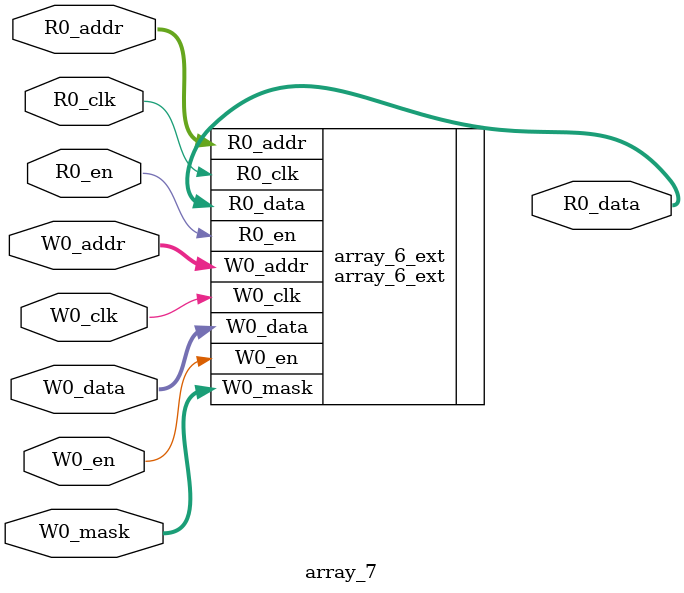
<source format=sv>
`ifndef RANDOMIZE
  `ifdef RANDOMIZE_MEM_INIT
    `define RANDOMIZE
  `endif // RANDOMIZE_MEM_INIT
`endif // not def RANDOMIZE
`ifndef RANDOMIZE
  `ifdef RANDOMIZE_REG_INIT
    `define RANDOMIZE
  `endif // RANDOMIZE_REG_INIT
`endif // not def RANDOMIZE

`ifndef RANDOM
  `define RANDOM $random
`endif // not def RANDOM

// Users can define INIT_RANDOM as general code that gets injected into the
// initializer block for modules with registers.
`ifndef INIT_RANDOM
  `define INIT_RANDOM
`endif // not def INIT_RANDOM

// If using random initialization, you can also define RANDOMIZE_DELAY to
// customize the delay used, otherwise 0.002 is used.
`ifndef RANDOMIZE_DELAY
  `define RANDOMIZE_DELAY 0.002
`endif // not def RANDOMIZE_DELAY

// Define INIT_RANDOM_PROLOG_ for use in our modules below.
`ifndef INIT_RANDOM_PROLOG_
  `ifdef RANDOMIZE
    `ifdef VERILATOR
      `define INIT_RANDOM_PROLOG_ `INIT_RANDOM
    `else  // VERILATOR
      `define INIT_RANDOM_PROLOG_ `INIT_RANDOM #`RANDOMIZE_DELAY begin end
    `endif // VERILATOR
  `else  // RANDOMIZE
    `define INIT_RANDOM_PROLOG_
  `endif // RANDOMIZE
`endif // not def INIT_RANDOM_PROLOG_

// Include register initializers in init blocks unless synthesis is set
`ifndef SYNTHESIS
  `ifndef ENABLE_INITIAL_REG_
    `define ENABLE_INITIAL_REG_
  `endif // not def ENABLE_INITIAL_REG_
`endif // not def SYNTHESIS

// Include rmemory initializers in init blocks unless synthesis is set
`ifndef SYNTHESIS
  `ifndef ENABLE_INITIAL_MEM_
    `define ENABLE_INITIAL_MEM_
  `endif // not def ENABLE_INITIAL_MEM_
`endif // not def SYNTHESIS

// Standard header to adapt well known macros for prints and assertions.

// Users can define 'PRINTF_COND' to add an extra gate to prints.
`ifndef PRINTF_COND_
  `ifdef PRINTF_COND
    `define PRINTF_COND_ (`PRINTF_COND)
  `else  // PRINTF_COND
    `define PRINTF_COND_ 1
  `endif // PRINTF_COND
`endif // not def PRINTF_COND_

// Users can define 'ASSERT_VERBOSE_COND' to add an extra gate to assert error printing.
`ifndef ASSERT_VERBOSE_COND_
  `ifdef ASSERT_VERBOSE_COND
    `define ASSERT_VERBOSE_COND_ (`ASSERT_VERBOSE_COND)
  `else  // ASSERT_VERBOSE_COND
    `define ASSERT_VERBOSE_COND_ 1
  `endif // ASSERT_VERBOSE_COND
`endif // not def ASSERT_VERBOSE_COND_

// Users can define 'STOP_COND' to add an extra gate to stop conditions.
`ifndef STOP_COND_
  `ifdef STOP_COND
    `define STOP_COND_ (`STOP_COND)
  `else  // STOP_COND
    `define STOP_COND_ 1
  `endif // STOP_COND
`endif // not def STOP_COND_

module array_7(	// ventus/src/L2cache/SRAMTemplate.scala:97:26
  input  [9:0]    R0_addr,
  input           R0_en,
                  R0_clk,
  output [1023:0] R0_data,
  input  [9:0]    W0_addr,
  input           W0_en,
                  W0_clk,
  input  [1023:0] W0_data,
  input  [127:0]  W0_mask
);

  array_6_ext array_6_ext (	// ventus/src/L2cache/SRAMTemplate.scala:97:26
    .R0_addr (R0_addr),
    .R0_en   (R0_en),
    .R0_clk  (R0_clk),
    .R0_data (R0_data),
    .W0_addr (W0_addr),
    .W0_en   (W0_en),
    .W0_clk  (W0_clk),
    .W0_data (W0_data),
    .W0_mask (W0_mask)
  );
endmodule


</source>
